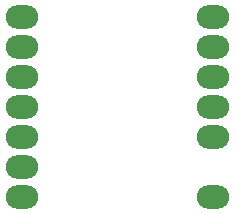
<source format=gbr>
%TF.GenerationSoftware,KiCad,Pcbnew,9.0.5*%
%TF.CreationDate,2025-11-06T16:02:27+09:00*%
%TF.ProjectId,________2,d6ecc3c9-dcfc-4c95-9f32-2e6b69636164,rev?*%
%TF.SameCoordinates,Original*%
%TF.FileFunction,Paste,Top*%
%TF.FilePolarity,Positive*%
%FSLAX46Y46*%
G04 Gerber Fmt 4.6, Leading zero omitted, Abs format (unit mm)*
G04 Created by KiCad (PCBNEW 9.0.5) date 2025-11-06 16:02:27*
%MOMM*%
%LPD*%
G01*
G04 APERTURE LIST*
%ADD10O,2.748280X1.998980*%
G04 APERTURE END LIST*
D10*
%TO.C,U6*%
X134920000Y-123460000D03*
X134920000Y-118380000D03*
X134920000Y-115840000D03*
X134920000Y-113300000D03*
X134920000Y-110760000D03*
X134920000Y-108220000D03*
X118755440Y-108220000D03*
X118755440Y-110760000D03*
X118755440Y-113300000D03*
X118755440Y-115840000D03*
X118755440Y-118380000D03*
X118755440Y-120920000D03*
X118755440Y-123460000D03*
%TD*%
M02*

</source>
